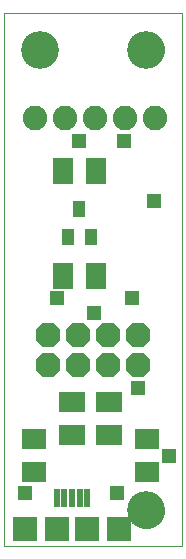
<source format=gbs>
G75*
%MOIN*%
%OFA0B0*%
%FSLAX25Y25*%
%IPPOS*%
%LPD*%
%AMOC8*
5,1,8,0,0,1.08239X$1,22.5*
%
%ADD10C,0.00000*%
%ADD11C,0.12611*%
%ADD12R,0.07887X0.07099*%
%ADD13R,0.02178X0.06312*%
%ADD14R,0.07887X0.08280*%
%ADD15R,0.08280X0.08280*%
%ADD16OC8,0.08200*%
%ADD17C,0.08200*%
%ADD18R,0.04343X0.05524*%
%ADD19R,0.07099X0.08674*%
%ADD20R,0.08674X0.07099*%
%ADD21R,0.04762X0.04762*%
D10*
X0001800Y0010051D02*
X0001800Y0187591D01*
X0060855Y0187591D01*
X0060855Y0010051D01*
X0001800Y0010051D01*
X0043138Y0021862D02*
X0043140Y0022015D01*
X0043146Y0022169D01*
X0043156Y0022322D01*
X0043170Y0022474D01*
X0043188Y0022627D01*
X0043210Y0022778D01*
X0043235Y0022929D01*
X0043265Y0023080D01*
X0043299Y0023230D01*
X0043336Y0023378D01*
X0043377Y0023526D01*
X0043422Y0023672D01*
X0043471Y0023818D01*
X0043524Y0023962D01*
X0043580Y0024104D01*
X0043640Y0024245D01*
X0043704Y0024385D01*
X0043771Y0024523D01*
X0043842Y0024659D01*
X0043917Y0024793D01*
X0043994Y0024925D01*
X0044076Y0025055D01*
X0044160Y0025183D01*
X0044248Y0025309D01*
X0044339Y0025432D01*
X0044433Y0025553D01*
X0044531Y0025671D01*
X0044631Y0025787D01*
X0044735Y0025900D01*
X0044841Y0026011D01*
X0044950Y0026119D01*
X0045062Y0026224D01*
X0045176Y0026325D01*
X0045294Y0026424D01*
X0045413Y0026520D01*
X0045535Y0026613D01*
X0045660Y0026702D01*
X0045787Y0026789D01*
X0045916Y0026871D01*
X0046047Y0026951D01*
X0046180Y0027027D01*
X0046315Y0027100D01*
X0046452Y0027169D01*
X0046591Y0027234D01*
X0046731Y0027296D01*
X0046873Y0027354D01*
X0047016Y0027409D01*
X0047161Y0027460D01*
X0047307Y0027507D01*
X0047454Y0027550D01*
X0047602Y0027589D01*
X0047751Y0027625D01*
X0047901Y0027656D01*
X0048052Y0027684D01*
X0048203Y0027708D01*
X0048356Y0027728D01*
X0048508Y0027744D01*
X0048661Y0027756D01*
X0048814Y0027764D01*
X0048967Y0027768D01*
X0049121Y0027768D01*
X0049274Y0027764D01*
X0049427Y0027756D01*
X0049580Y0027744D01*
X0049732Y0027728D01*
X0049885Y0027708D01*
X0050036Y0027684D01*
X0050187Y0027656D01*
X0050337Y0027625D01*
X0050486Y0027589D01*
X0050634Y0027550D01*
X0050781Y0027507D01*
X0050927Y0027460D01*
X0051072Y0027409D01*
X0051215Y0027354D01*
X0051357Y0027296D01*
X0051497Y0027234D01*
X0051636Y0027169D01*
X0051773Y0027100D01*
X0051908Y0027027D01*
X0052041Y0026951D01*
X0052172Y0026871D01*
X0052301Y0026789D01*
X0052428Y0026702D01*
X0052553Y0026613D01*
X0052675Y0026520D01*
X0052794Y0026424D01*
X0052912Y0026325D01*
X0053026Y0026224D01*
X0053138Y0026119D01*
X0053247Y0026011D01*
X0053353Y0025900D01*
X0053457Y0025787D01*
X0053557Y0025671D01*
X0053655Y0025553D01*
X0053749Y0025432D01*
X0053840Y0025309D01*
X0053928Y0025183D01*
X0054012Y0025055D01*
X0054094Y0024925D01*
X0054171Y0024793D01*
X0054246Y0024659D01*
X0054317Y0024523D01*
X0054384Y0024385D01*
X0054448Y0024245D01*
X0054508Y0024104D01*
X0054564Y0023962D01*
X0054617Y0023818D01*
X0054666Y0023672D01*
X0054711Y0023526D01*
X0054752Y0023378D01*
X0054789Y0023230D01*
X0054823Y0023080D01*
X0054853Y0022929D01*
X0054878Y0022778D01*
X0054900Y0022627D01*
X0054918Y0022474D01*
X0054932Y0022322D01*
X0054942Y0022169D01*
X0054948Y0022015D01*
X0054950Y0021862D01*
X0054948Y0021709D01*
X0054942Y0021555D01*
X0054932Y0021402D01*
X0054918Y0021250D01*
X0054900Y0021097D01*
X0054878Y0020946D01*
X0054853Y0020795D01*
X0054823Y0020644D01*
X0054789Y0020494D01*
X0054752Y0020346D01*
X0054711Y0020198D01*
X0054666Y0020052D01*
X0054617Y0019906D01*
X0054564Y0019762D01*
X0054508Y0019620D01*
X0054448Y0019479D01*
X0054384Y0019339D01*
X0054317Y0019201D01*
X0054246Y0019065D01*
X0054171Y0018931D01*
X0054094Y0018799D01*
X0054012Y0018669D01*
X0053928Y0018541D01*
X0053840Y0018415D01*
X0053749Y0018292D01*
X0053655Y0018171D01*
X0053557Y0018053D01*
X0053457Y0017937D01*
X0053353Y0017824D01*
X0053247Y0017713D01*
X0053138Y0017605D01*
X0053026Y0017500D01*
X0052912Y0017399D01*
X0052794Y0017300D01*
X0052675Y0017204D01*
X0052553Y0017111D01*
X0052428Y0017022D01*
X0052301Y0016935D01*
X0052172Y0016853D01*
X0052041Y0016773D01*
X0051908Y0016697D01*
X0051773Y0016624D01*
X0051636Y0016555D01*
X0051497Y0016490D01*
X0051357Y0016428D01*
X0051215Y0016370D01*
X0051072Y0016315D01*
X0050927Y0016264D01*
X0050781Y0016217D01*
X0050634Y0016174D01*
X0050486Y0016135D01*
X0050337Y0016099D01*
X0050187Y0016068D01*
X0050036Y0016040D01*
X0049885Y0016016D01*
X0049732Y0015996D01*
X0049580Y0015980D01*
X0049427Y0015968D01*
X0049274Y0015960D01*
X0049121Y0015956D01*
X0048967Y0015956D01*
X0048814Y0015960D01*
X0048661Y0015968D01*
X0048508Y0015980D01*
X0048356Y0015996D01*
X0048203Y0016016D01*
X0048052Y0016040D01*
X0047901Y0016068D01*
X0047751Y0016099D01*
X0047602Y0016135D01*
X0047454Y0016174D01*
X0047307Y0016217D01*
X0047161Y0016264D01*
X0047016Y0016315D01*
X0046873Y0016370D01*
X0046731Y0016428D01*
X0046591Y0016490D01*
X0046452Y0016555D01*
X0046315Y0016624D01*
X0046180Y0016697D01*
X0046047Y0016773D01*
X0045916Y0016853D01*
X0045787Y0016935D01*
X0045660Y0017022D01*
X0045535Y0017111D01*
X0045413Y0017204D01*
X0045294Y0017300D01*
X0045176Y0017399D01*
X0045062Y0017500D01*
X0044950Y0017605D01*
X0044841Y0017713D01*
X0044735Y0017824D01*
X0044631Y0017937D01*
X0044531Y0018053D01*
X0044433Y0018171D01*
X0044339Y0018292D01*
X0044248Y0018415D01*
X0044160Y0018541D01*
X0044076Y0018669D01*
X0043994Y0018799D01*
X0043917Y0018931D01*
X0043842Y0019065D01*
X0043771Y0019201D01*
X0043704Y0019339D01*
X0043640Y0019479D01*
X0043580Y0019620D01*
X0043524Y0019762D01*
X0043471Y0019906D01*
X0043422Y0020052D01*
X0043377Y0020198D01*
X0043336Y0020346D01*
X0043299Y0020494D01*
X0043265Y0020644D01*
X0043235Y0020795D01*
X0043210Y0020946D01*
X0043188Y0021097D01*
X0043170Y0021250D01*
X0043156Y0021402D01*
X0043146Y0021555D01*
X0043140Y0021709D01*
X0043138Y0021862D01*
X0043138Y0175406D02*
X0043140Y0175559D01*
X0043146Y0175713D01*
X0043156Y0175866D01*
X0043170Y0176018D01*
X0043188Y0176171D01*
X0043210Y0176322D01*
X0043235Y0176473D01*
X0043265Y0176624D01*
X0043299Y0176774D01*
X0043336Y0176922D01*
X0043377Y0177070D01*
X0043422Y0177216D01*
X0043471Y0177362D01*
X0043524Y0177506D01*
X0043580Y0177648D01*
X0043640Y0177789D01*
X0043704Y0177929D01*
X0043771Y0178067D01*
X0043842Y0178203D01*
X0043917Y0178337D01*
X0043994Y0178469D01*
X0044076Y0178599D01*
X0044160Y0178727D01*
X0044248Y0178853D01*
X0044339Y0178976D01*
X0044433Y0179097D01*
X0044531Y0179215D01*
X0044631Y0179331D01*
X0044735Y0179444D01*
X0044841Y0179555D01*
X0044950Y0179663D01*
X0045062Y0179768D01*
X0045176Y0179869D01*
X0045294Y0179968D01*
X0045413Y0180064D01*
X0045535Y0180157D01*
X0045660Y0180246D01*
X0045787Y0180333D01*
X0045916Y0180415D01*
X0046047Y0180495D01*
X0046180Y0180571D01*
X0046315Y0180644D01*
X0046452Y0180713D01*
X0046591Y0180778D01*
X0046731Y0180840D01*
X0046873Y0180898D01*
X0047016Y0180953D01*
X0047161Y0181004D01*
X0047307Y0181051D01*
X0047454Y0181094D01*
X0047602Y0181133D01*
X0047751Y0181169D01*
X0047901Y0181200D01*
X0048052Y0181228D01*
X0048203Y0181252D01*
X0048356Y0181272D01*
X0048508Y0181288D01*
X0048661Y0181300D01*
X0048814Y0181308D01*
X0048967Y0181312D01*
X0049121Y0181312D01*
X0049274Y0181308D01*
X0049427Y0181300D01*
X0049580Y0181288D01*
X0049732Y0181272D01*
X0049885Y0181252D01*
X0050036Y0181228D01*
X0050187Y0181200D01*
X0050337Y0181169D01*
X0050486Y0181133D01*
X0050634Y0181094D01*
X0050781Y0181051D01*
X0050927Y0181004D01*
X0051072Y0180953D01*
X0051215Y0180898D01*
X0051357Y0180840D01*
X0051497Y0180778D01*
X0051636Y0180713D01*
X0051773Y0180644D01*
X0051908Y0180571D01*
X0052041Y0180495D01*
X0052172Y0180415D01*
X0052301Y0180333D01*
X0052428Y0180246D01*
X0052553Y0180157D01*
X0052675Y0180064D01*
X0052794Y0179968D01*
X0052912Y0179869D01*
X0053026Y0179768D01*
X0053138Y0179663D01*
X0053247Y0179555D01*
X0053353Y0179444D01*
X0053457Y0179331D01*
X0053557Y0179215D01*
X0053655Y0179097D01*
X0053749Y0178976D01*
X0053840Y0178853D01*
X0053928Y0178727D01*
X0054012Y0178599D01*
X0054094Y0178469D01*
X0054171Y0178337D01*
X0054246Y0178203D01*
X0054317Y0178067D01*
X0054384Y0177929D01*
X0054448Y0177789D01*
X0054508Y0177648D01*
X0054564Y0177506D01*
X0054617Y0177362D01*
X0054666Y0177216D01*
X0054711Y0177070D01*
X0054752Y0176922D01*
X0054789Y0176774D01*
X0054823Y0176624D01*
X0054853Y0176473D01*
X0054878Y0176322D01*
X0054900Y0176171D01*
X0054918Y0176018D01*
X0054932Y0175866D01*
X0054942Y0175713D01*
X0054948Y0175559D01*
X0054950Y0175406D01*
X0054948Y0175253D01*
X0054942Y0175099D01*
X0054932Y0174946D01*
X0054918Y0174794D01*
X0054900Y0174641D01*
X0054878Y0174490D01*
X0054853Y0174339D01*
X0054823Y0174188D01*
X0054789Y0174038D01*
X0054752Y0173890D01*
X0054711Y0173742D01*
X0054666Y0173596D01*
X0054617Y0173450D01*
X0054564Y0173306D01*
X0054508Y0173164D01*
X0054448Y0173023D01*
X0054384Y0172883D01*
X0054317Y0172745D01*
X0054246Y0172609D01*
X0054171Y0172475D01*
X0054094Y0172343D01*
X0054012Y0172213D01*
X0053928Y0172085D01*
X0053840Y0171959D01*
X0053749Y0171836D01*
X0053655Y0171715D01*
X0053557Y0171597D01*
X0053457Y0171481D01*
X0053353Y0171368D01*
X0053247Y0171257D01*
X0053138Y0171149D01*
X0053026Y0171044D01*
X0052912Y0170943D01*
X0052794Y0170844D01*
X0052675Y0170748D01*
X0052553Y0170655D01*
X0052428Y0170566D01*
X0052301Y0170479D01*
X0052172Y0170397D01*
X0052041Y0170317D01*
X0051908Y0170241D01*
X0051773Y0170168D01*
X0051636Y0170099D01*
X0051497Y0170034D01*
X0051357Y0169972D01*
X0051215Y0169914D01*
X0051072Y0169859D01*
X0050927Y0169808D01*
X0050781Y0169761D01*
X0050634Y0169718D01*
X0050486Y0169679D01*
X0050337Y0169643D01*
X0050187Y0169612D01*
X0050036Y0169584D01*
X0049885Y0169560D01*
X0049732Y0169540D01*
X0049580Y0169524D01*
X0049427Y0169512D01*
X0049274Y0169504D01*
X0049121Y0169500D01*
X0048967Y0169500D01*
X0048814Y0169504D01*
X0048661Y0169512D01*
X0048508Y0169524D01*
X0048356Y0169540D01*
X0048203Y0169560D01*
X0048052Y0169584D01*
X0047901Y0169612D01*
X0047751Y0169643D01*
X0047602Y0169679D01*
X0047454Y0169718D01*
X0047307Y0169761D01*
X0047161Y0169808D01*
X0047016Y0169859D01*
X0046873Y0169914D01*
X0046731Y0169972D01*
X0046591Y0170034D01*
X0046452Y0170099D01*
X0046315Y0170168D01*
X0046180Y0170241D01*
X0046047Y0170317D01*
X0045916Y0170397D01*
X0045787Y0170479D01*
X0045660Y0170566D01*
X0045535Y0170655D01*
X0045413Y0170748D01*
X0045294Y0170844D01*
X0045176Y0170943D01*
X0045062Y0171044D01*
X0044950Y0171149D01*
X0044841Y0171257D01*
X0044735Y0171368D01*
X0044631Y0171481D01*
X0044531Y0171597D01*
X0044433Y0171715D01*
X0044339Y0171836D01*
X0044248Y0171959D01*
X0044160Y0172085D01*
X0044076Y0172213D01*
X0043994Y0172343D01*
X0043917Y0172475D01*
X0043842Y0172609D01*
X0043771Y0172745D01*
X0043704Y0172883D01*
X0043640Y0173023D01*
X0043580Y0173164D01*
X0043524Y0173306D01*
X0043471Y0173450D01*
X0043422Y0173596D01*
X0043377Y0173742D01*
X0043336Y0173890D01*
X0043299Y0174038D01*
X0043265Y0174188D01*
X0043235Y0174339D01*
X0043210Y0174490D01*
X0043188Y0174641D01*
X0043170Y0174794D01*
X0043156Y0174946D01*
X0043146Y0175099D01*
X0043140Y0175253D01*
X0043138Y0175406D01*
X0007705Y0175406D02*
X0007707Y0175559D01*
X0007713Y0175713D01*
X0007723Y0175866D01*
X0007737Y0176018D01*
X0007755Y0176171D01*
X0007777Y0176322D01*
X0007802Y0176473D01*
X0007832Y0176624D01*
X0007866Y0176774D01*
X0007903Y0176922D01*
X0007944Y0177070D01*
X0007989Y0177216D01*
X0008038Y0177362D01*
X0008091Y0177506D01*
X0008147Y0177648D01*
X0008207Y0177789D01*
X0008271Y0177929D01*
X0008338Y0178067D01*
X0008409Y0178203D01*
X0008484Y0178337D01*
X0008561Y0178469D01*
X0008643Y0178599D01*
X0008727Y0178727D01*
X0008815Y0178853D01*
X0008906Y0178976D01*
X0009000Y0179097D01*
X0009098Y0179215D01*
X0009198Y0179331D01*
X0009302Y0179444D01*
X0009408Y0179555D01*
X0009517Y0179663D01*
X0009629Y0179768D01*
X0009743Y0179869D01*
X0009861Y0179968D01*
X0009980Y0180064D01*
X0010102Y0180157D01*
X0010227Y0180246D01*
X0010354Y0180333D01*
X0010483Y0180415D01*
X0010614Y0180495D01*
X0010747Y0180571D01*
X0010882Y0180644D01*
X0011019Y0180713D01*
X0011158Y0180778D01*
X0011298Y0180840D01*
X0011440Y0180898D01*
X0011583Y0180953D01*
X0011728Y0181004D01*
X0011874Y0181051D01*
X0012021Y0181094D01*
X0012169Y0181133D01*
X0012318Y0181169D01*
X0012468Y0181200D01*
X0012619Y0181228D01*
X0012770Y0181252D01*
X0012923Y0181272D01*
X0013075Y0181288D01*
X0013228Y0181300D01*
X0013381Y0181308D01*
X0013534Y0181312D01*
X0013688Y0181312D01*
X0013841Y0181308D01*
X0013994Y0181300D01*
X0014147Y0181288D01*
X0014299Y0181272D01*
X0014452Y0181252D01*
X0014603Y0181228D01*
X0014754Y0181200D01*
X0014904Y0181169D01*
X0015053Y0181133D01*
X0015201Y0181094D01*
X0015348Y0181051D01*
X0015494Y0181004D01*
X0015639Y0180953D01*
X0015782Y0180898D01*
X0015924Y0180840D01*
X0016064Y0180778D01*
X0016203Y0180713D01*
X0016340Y0180644D01*
X0016475Y0180571D01*
X0016608Y0180495D01*
X0016739Y0180415D01*
X0016868Y0180333D01*
X0016995Y0180246D01*
X0017120Y0180157D01*
X0017242Y0180064D01*
X0017361Y0179968D01*
X0017479Y0179869D01*
X0017593Y0179768D01*
X0017705Y0179663D01*
X0017814Y0179555D01*
X0017920Y0179444D01*
X0018024Y0179331D01*
X0018124Y0179215D01*
X0018222Y0179097D01*
X0018316Y0178976D01*
X0018407Y0178853D01*
X0018495Y0178727D01*
X0018579Y0178599D01*
X0018661Y0178469D01*
X0018738Y0178337D01*
X0018813Y0178203D01*
X0018884Y0178067D01*
X0018951Y0177929D01*
X0019015Y0177789D01*
X0019075Y0177648D01*
X0019131Y0177506D01*
X0019184Y0177362D01*
X0019233Y0177216D01*
X0019278Y0177070D01*
X0019319Y0176922D01*
X0019356Y0176774D01*
X0019390Y0176624D01*
X0019420Y0176473D01*
X0019445Y0176322D01*
X0019467Y0176171D01*
X0019485Y0176018D01*
X0019499Y0175866D01*
X0019509Y0175713D01*
X0019515Y0175559D01*
X0019517Y0175406D01*
X0019515Y0175253D01*
X0019509Y0175099D01*
X0019499Y0174946D01*
X0019485Y0174794D01*
X0019467Y0174641D01*
X0019445Y0174490D01*
X0019420Y0174339D01*
X0019390Y0174188D01*
X0019356Y0174038D01*
X0019319Y0173890D01*
X0019278Y0173742D01*
X0019233Y0173596D01*
X0019184Y0173450D01*
X0019131Y0173306D01*
X0019075Y0173164D01*
X0019015Y0173023D01*
X0018951Y0172883D01*
X0018884Y0172745D01*
X0018813Y0172609D01*
X0018738Y0172475D01*
X0018661Y0172343D01*
X0018579Y0172213D01*
X0018495Y0172085D01*
X0018407Y0171959D01*
X0018316Y0171836D01*
X0018222Y0171715D01*
X0018124Y0171597D01*
X0018024Y0171481D01*
X0017920Y0171368D01*
X0017814Y0171257D01*
X0017705Y0171149D01*
X0017593Y0171044D01*
X0017479Y0170943D01*
X0017361Y0170844D01*
X0017242Y0170748D01*
X0017120Y0170655D01*
X0016995Y0170566D01*
X0016868Y0170479D01*
X0016739Y0170397D01*
X0016608Y0170317D01*
X0016475Y0170241D01*
X0016340Y0170168D01*
X0016203Y0170099D01*
X0016064Y0170034D01*
X0015924Y0169972D01*
X0015782Y0169914D01*
X0015639Y0169859D01*
X0015494Y0169808D01*
X0015348Y0169761D01*
X0015201Y0169718D01*
X0015053Y0169679D01*
X0014904Y0169643D01*
X0014754Y0169612D01*
X0014603Y0169584D01*
X0014452Y0169560D01*
X0014299Y0169540D01*
X0014147Y0169524D01*
X0013994Y0169512D01*
X0013841Y0169504D01*
X0013688Y0169500D01*
X0013534Y0169500D01*
X0013381Y0169504D01*
X0013228Y0169512D01*
X0013075Y0169524D01*
X0012923Y0169540D01*
X0012770Y0169560D01*
X0012619Y0169584D01*
X0012468Y0169612D01*
X0012318Y0169643D01*
X0012169Y0169679D01*
X0012021Y0169718D01*
X0011874Y0169761D01*
X0011728Y0169808D01*
X0011583Y0169859D01*
X0011440Y0169914D01*
X0011298Y0169972D01*
X0011158Y0170034D01*
X0011019Y0170099D01*
X0010882Y0170168D01*
X0010747Y0170241D01*
X0010614Y0170317D01*
X0010483Y0170397D01*
X0010354Y0170479D01*
X0010227Y0170566D01*
X0010102Y0170655D01*
X0009980Y0170748D01*
X0009861Y0170844D01*
X0009743Y0170943D01*
X0009629Y0171044D01*
X0009517Y0171149D01*
X0009408Y0171257D01*
X0009302Y0171368D01*
X0009198Y0171481D01*
X0009098Y0171597D01*
X0009000Y0171715D01*
X0008906Y0171836D01*
X0008815Y0171959D01*
X0008727Y0172085D01*
X0008643Y0172213D01*
X0008561Y0172343D01*
X0008484Y0172475D01*
X0008409Y0172609D01*
X0008338Y0172745D01*
X0008271Y0172883D01*
X0008207Y0173023D01*
X0008147Y0173164D01*
X0008091Y0173306D01*
X0008038Y0173450D01*
X0007989Y0173596D01*
X0007944Y0173742D01*
X0007903Y0173890D01*
X0007866Y0174038D01*
X0007832Y0174188D01*
X0007802Y0174339D01*
X0007777Y0174490D01*
X0007755Y0174641D01*
X0007737Y0174794D01*
X0007723Y0174946D01*
X0007713Y0175099D01*
X0007707Y0175253D01*
X0007705Y0175406D01*
D11*
X0013611Y0175406D03*
X0049044Y0175406D03*
X0049044Y0021862D03*
D12*
X0049300Y0034539D03*
X0049300Y0045563D03*
X0011800Y0045563D03*
X0011800Y0034539D03*
D13*
X0019182Y0025933D03*
X0021741Y0025933D03*
X0024300Y0025933D03*
X0026859Y0025933D03*
X0029418Y0025933D03*
D14*
X0040048Y0015500D03*
X0008552Y0015500D03*
D15*
X0019300Y0015500D03*
X0029300Y0015500D03*
D16*
X0026406Y0070169D03*
X0026406Y0080169D03*
X0016406Y0080169D03*
X0016406Y0070169D03*
X0036406Y0070169D03*
X0036406Y0080169D03*
X0046406Y0080169D03*
X0046406Y0070169D03*
D17*
X0042036Y0152551D03*
X0032036Y0152551D03*
X0022036Y0152551D03*
X0012036Y0152551D03*
X0052036Y0152551D03*
D18*
X0030540Y0112827D03*
X0026800Y0122276D03*
X0023060Y0112827D03*
D19*
X0021288Y0100051D03*
X0032312Y0100051D03*
X0032312Y0135051D03*
X0021288Y0135051D03*
D20*
X0024300Y0058063D03*
X0024300Y0047039D03*
X0036800Y0047039D03*
X0036800Y0058063D03*
D21*
X0046406Y0062551D03*
X0044300Y0092551D03*
X0051800Y0125051D03*
X0041800Y0145051D03*
X0026800Y0145051D03*
X0019300Y0092551D03*
X0031800Y0087551D03*
X0039300Y0027551D03*
X0056800Y0040051D03*
X0008552Y0027551D03*
M02*

</source>
